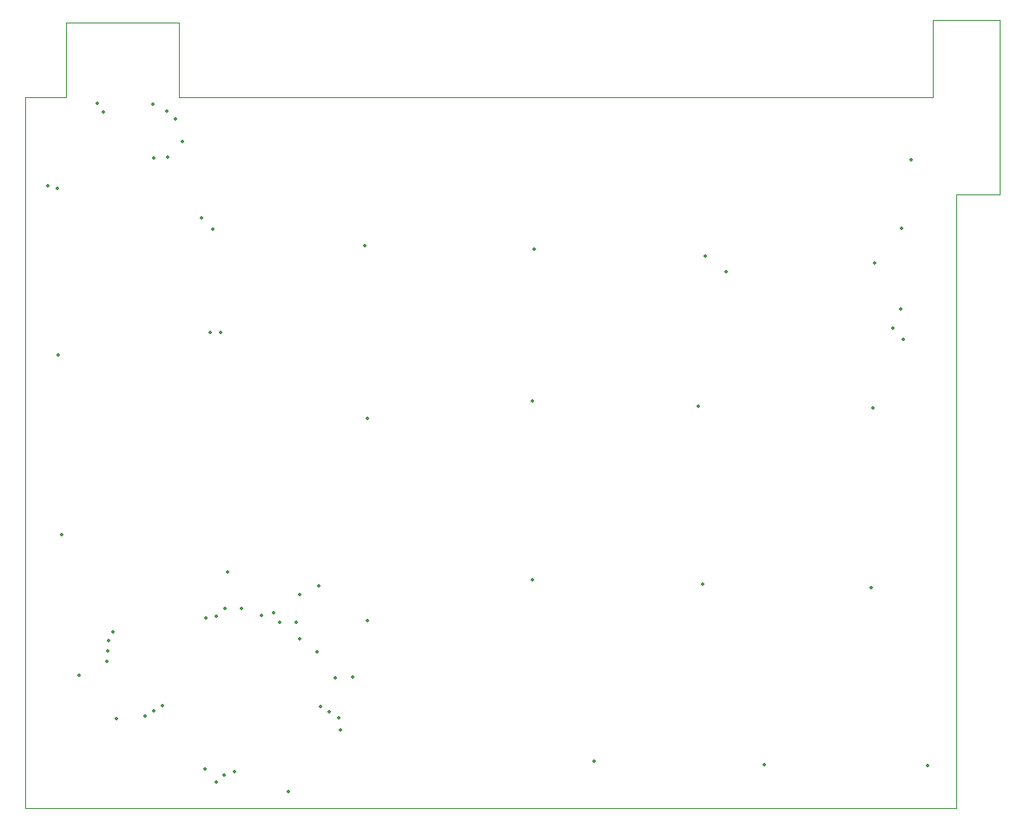
<source format=gto>
%TF.GenerationSoftware,KiCad,Pcbnew,(6.0.6)*%
%TF.CreationDate,2022-12-14T08:04:59+09:00*%
%TF.ProjectId,split-mini__left,73706c69-742d-46d6-996e-695f5f6c6566,rev?*%
%TF.SameCoordinates,Original*%
%TF.FileFunction,Legend,Top*%
%TF.FilePolarity,Positive*%
%FSLAX46Y46*%
G04 Gerber Fmt 4.6, Leading zero omitted, Abs format (unit mm)*
G04 Created by KiCad (PCBNEW (6.0.6)) date 2022-12-14 08:04:59*
%MOMM*%
%LPD*%
G01*
G04 APERTURE LIST*
%TA.AperFunction,Profile*%
%ADD10C,0.100000*%
%TD*%
%ADD11C,0.350000*%
%ADD12O,0.600000X1.400000*%
%ADD13O,0.600000X1.700000*%
%ADD14O,1.000000X1.500000*%
%ADD15C,1.900000*%
%ADD16C,4.100000*%
%ADD17C,3.000000*%
%ADD18C,0.650000*%
%ADD19O,1.000000X1.800000*%
%ADD20O,1.000000X2.100000*%
%ADD21C,1.200000*%
%ADD22O,1.700000X2.500000*%
G04 APERTURE END LIST*
D10*
X108880000Y-20730000D02*
X108880000Y-28230000D01*
X115380000Y-37730000D02*
X115380000Y-20730000D01*
X20380000Y-97555000D02*
X111155000Y-97555000D01*
X24380000Y-28230000D02*
X20380000Y-28230000D01*
X35380000Y-28230000D02*
X35380000Y-20930000D01*
X115380000Y-37730000D02*
X111155000Y-37730000D01*
X111155000Y-97555000D02*
X111155000Y-37730000D01*
X35380000Y-20930000D02*
X24380000Y-20930000D01*
X115380000Y-20730000D02*
X108880000Y-20730000D01*
X20380000Y-28230000D02*
X20380000Y-97555000D01*
X108880000Y-28230000D02*
X35380000Y-28230000D01*
X24380000Y-20930000D02*
X24380000Y-28230000D01*
D11*
X41489500Y-78094500D03*
X47200000Y-76750000D03*
X40150000Y-74575000D03*
X52330000Y-84820000D03*
X88725000Y-45250000D03*
X39875000Y-78075000D03*
X50600000Y-84900000D03*
X105875000Y-41025000D03*
X22590000Y-36880000D03*
X25650000Y-84625000D03*
X29330353Y-88869647D03*
X53800000Y-79300000D03*
X46025000Y-96000000D03*
X105975000Y-51825000D03*
X28961382Y-80364083D03*
X32830000Y-28940000D03*
X27460000Y-28870000D03*
X35740000Y-32590000D03*
X28024028Y-29695152D03*
X34270000Y-34080000D03*
X38684500Y-41140000D03*
X32900000Y-34180000D03*
X37594177Y-40037183D03*
X34180000Y-29560000D03*
X35074779Y-30353484D03*
X104974799Y-50749799D03*
X49175000Y-87675000D03*
X106800000Y-34300000D03*
X38000000Y-79000000D03*
X38425994Y-51165238D03*
X39050500Y-78901576D03*
X39450000Y-51200000D03*
X105775000Y-48925000D03*
X48850000Y-82325000D03*
X28387352Y-83266524D03*
X23562933Y-37108925D03*
X32076475Y-88625807D03*
X53500000Y-42700000D03*
X70025000Y-43050000D03*
X32947493Y-88135569D03*
X33775000Y-87575000D03*
X86675000Y-43700000D03*
X37950000Y-93775000D03*
X103250000Y-44400000D03*
X23634500Y-53400000D03*
X28439623Y-82268389D03*
X53725000Y-59550000D03*
X44650000Y-78550000D03*
X45225000Y-79500000D03*
X69850000Y-57850000D03*
X86025000Y-58350000D03*
X46850000Y-79500000D03*
X47125000Y-81050000D03*
X103050000Y-58575000D03*
X23970438Y-70870938D03*
X28550000Y-81275000D03*
X49000000Y-75935500D03*
X43410000Y-78750000D03*
X50075000Y-88200000D03*
X69850000Y-75350000D03*
X86425000Y-75700000D03*
X50950000Y-88800000D03*
X102900000Y-76050000D03*
X51150000Y-89950000D03*
X40775000Y-94000000D03*
X75825000Y-93000000D03*
X92425000Y-93350000D03*
X39764500Y-94375000D03*
X108350000Y-93475000D03*
X39025162Y-95047596D03*
X100960000Y-70730000D03*
X95880000Y-70730000D03*
X92070000Y-68190000D03*
X90800000Y-70730000D03*
X98420000Y-65650000D03*
X41300000Y-56720000D03*
X51460000Y-56720000D03*
X48920000Y-51640000D03*
X46380000Y-56720000D03*
X42570000Y-54180000D03*
X57830000Y-37720000D03*
X59100000Y-35180000D03*
X62910000Y-37720000D03*
X65450000Y-32640000D03*
X67990000Y-37720000D03*
X32410000Y-54090000D03*
X24790000Y-59170000D03*
X29870000Y-59170000D03*
X34950000Y-59170000D03*
X26060000Y-56630000D03*
X87690000Y-82990000D03*
X80070000Y-88070000D03*
X85150000Y-88070000D03*
X81340000Y-85530000D03*
X90230000Y-88070000D03*
X81930000Y-65640000D03*
X75580000Y-68180000D03*
X79390000Y-70720000D03*
X84470000Y-70720000D03*
X74310000Y-70720000D03*
X75580000Y-51690000D03*
X79390000Y-54230000D03*
X81930000Y-49150000D03*
X84470000Y-54230000D03*
X74310000Y-54230000D03*
X59080000Y-51690000D03*
X57810000Y-54230000D03*
X62890000Y-54230000D03*
X65430000Y-49150000D03*
X67970000Y-54230000D03*
X100970000Y-54230000D03*
X95890000Y-54230000D03*
X90810000Y-54230000D03*
X92080000Y-51690000D03*
X98430000Y-49150000D03*
X29900000Y-75720000D03*
X26090000Y-73180000D03*
X34980000Y-75720000D03*
X32440000Y-70640000D03*
X24820000Y-75720000D03*
X24810000Y-42640000D03*
X34970000Y-42640000D03*
X26080000Y-40100000D03*
X32430000Y-37560000D03*
X29890000Y-42640000D03*
X42570000Y-70680000D03*
X51460000Y-73220000D03*
X48920000Y-68140000D03*
X41300000Y-73220000D03*
X46380000Y-73220000D03*
X100990000Y-37700000D03*
X90830000Y-37700000D03*
X98450000Y-32620000D03*
X92100000Y-35160000D03*
X95910000Y-37700000D03*
X41310000Y-40190000D03*
X46390000Y-40190000D03*
X48930000Y-35110000D03*
X42580000Y-37650000D03*
X51470000Y-40190000D03*
X67990000Y-70750000D03*
X57830000Y-70750000D03*
X59100000Y-68210000D03*
X65450000Y-65670000D03*
X62910000Y-70750000D03*
X63580000Y-88050000D03*
X71200000Y-82970000D03*
X73740000Y-88050000D03*
X64850000Y-85510000D03*
X68660000Y-88050000D03*
X79420000Y-37720000D03*
X84500000Y-37720000D03*
X74340000Y-37720000D03*
X75610000Y-35180000D03*
X81960000Y-32640000D03*
X96590000Y-88060000D03*
X104210000Y-82980000D03*
X97860000Y-85520000D03*
X106750000Y-88060000D03*
X101670000Y-88060000D03*
X27000000Y-26000000D03*
X32780000Y-26000000D03*
D12*
X34210000Y-22320000D03*
D13*
X25570000Y-26500000D03*
X34210000Y-26500000D03*
D12*
X25570000Y-22320000D03*
D11*
X112200000Y-29200000D03*
X112200000Y-22200000D03*
D14*
X114300000Y-32500000D03*
X110100000Y-24000000D03*
X110100000Y-27000000D03*
X110100000Y-31000000D03*
%LPC*%
D15*
%TO.C,SW15*%
X100960000Y-70730000D03*
D16*
X95880000Y-70730000D03*
D17*
X92070000Y-68190000D03*
D15*
X90800000Y-70730000D03*
D17*
X98420000Y-65650000D03*
%TD*%
D15*
%TO.C,SW7*%
X41300000Y-56720000D03*
X51460000Y-56720000D03*
D17*
X48920000Y-51640000D03*
D16*
X46380000Y-56720000D03*
D17*
X42570000Y-54180000D03*
%TD*%
D15*
%TO.C,SW3*%
X57830000Y-37720000D03*
D17*
X59100000Y-35180000D03*
D16*
X62910000Y-37720000D03*
D17*
X65450000Y-32640000D03*
D15*
X67990000Y-37720000D03*
%TD*%
D17*
%TO.C,SW6*%
X32410000Y-54090000D03*
D15*
X24790000Y-59170000D03*
D16*
X29870000Y-59170000D03*
D15*
X34950000Y-59170000D03*
D17*
X26060000Y-56630000D03*
%TD*%
%TO.C,SW17*%
X87690000Y-82990000D03*
D15*
X80070000Y-88070000D03*
D16*
X85150000Y-88070000D03*
D17*
X81340000Y-85530000D03*
D15*
X90230000Y-88070000D03*
%TD*%
D17*
%TO.C,SW14*%
X81930000Y-65640000D03*
X75580000Y-68180000D03*
D16*
X79390000Y-70720000D03*
D15*
X84470000Y-70720000D03*
X74310000Y-70720000D03*
%TD*%
D17*
%TO.C,SW9*%
X75580000Y-51690000D03*
D16*
X79390000Y-54230000D03*
D17*
X81930000Y-49150000D03*
D15*
X84470000Y-54230000D03*
X74310000Y-54230000D03*
%TD*%
D17*
%TO.C,SW8*%
X59080000Y-51690000D03*
D15*
X57810000Y-54230000D03*
D16*
X62890000Y-54230000D03*
D17*
X65430000Y-49150000D03*
D15*
X67970000Y-54230000D03*
%TD*%
%TO.C,SW10*%
X100970000Y-54230000D03*
D16*
X95890000Y-54230000D03*
D15*
X90810000Y-54230000D03*
D17*
X92080000Y-51690000D03*
X98430000Y-49150000D03*
%TD*%
D16*
%TO.C,SW11*%
X29900000Y-75720000D03*
D17*
X26090000Y-73180000D03*
D15*
X34980000Y-75720000D03*
D17*
X32440000Y-70640000D03*
D15*
X24820000Y-75720000D03*
%TD*%
%TO.C,SW1*%
X24810000Y-42640000D03*
X34970000Y-42640000D03*
D17*
X26080000Y-40100000D03*
X32430000Y-37560000D03*
D16*
X29890000Y-42640000D03*
%TD*%
D17*
%TO.C,SW12*%
X42570000Y-70680000D03*
D15*
X51460000Y-73220000D03*
D17*
X48920000Y-68140000D03*
D15*
X41300000Y-73220000D03*
D16*
X46380000Y-73220000D03*
%TD*%
D15*
%TO.C,SW5*%
X100990000Y-37700000D03*
X90830000Y-37700000D03*
D17*
X98450000Y-32620000D03*
X92100000Y-35160000D03*
D16*
X95910000Y-37700000D03*
%TD*%
D15*
%TO.C,SW2*%
X41310000Y-40190000D03*
D16*
X46390000Y-40190000D03*
D17*
X48930000Y-35110000D03*
X42580000Y-37650000D03*
D15*
X51470000Y-40190000D03*
%TD*%
%TO.C,SW13*%
X67990000Y-70750000D03*
X57830000Y-70750000D03*
D17*
X59100000Y-68210000D03*
X65450000Y-65670000D03*
D16*
X62910000Y-70750000D03*
%TD*%
D15*
%TO.C,SW16*%
X63580000Y-88050000D03*
D17*
X71200000Y-82970000D03*
D15*
X73740000Y-88050000D03*
D17*
X64850000Y-85510000D03*
D16*
X68660000Y-88050000D03*
%TD*%
%TO.C,SW4*%
X79420000Y-37720000D03*
D15*
X84500000Y-37720000D03*
X74340000Y-37720000D03*
D17*
X75610000Y-35180000D03*
X81960000Y-32640000D03*
%TD*%
D15*
%TO.C,SW18*%
X96590000Y-88060000D03*
D17*
X104210000Y-82980000D03*
X97860000Y-85520000D03*
D15*
X106750000Y-88060000D03*
D16*
X101670000Y-88060000D03*
%TD*%
D18*
%TO.C,J1*%
X27000000Y-26000000D03*
X32780000Y-26000000D03*
D19*
X34210000Y-22320000D03*
D20*
X25570000Y-26500000D03*
X34210000Y-26500000D03*
D19*
X25570000Y-22320000D03*
%TD*%
D21*
%TO.C,J2*%
X112200000Y-29200000D03*
X112200000Y-22200000D03*
D22*
X114300000Y-32500000D03*
X110100000Y-24000000D03*
X110100000Y-27000000D03*
X110100000Y-31000000D03*
%TD*%
M02*

</source>
